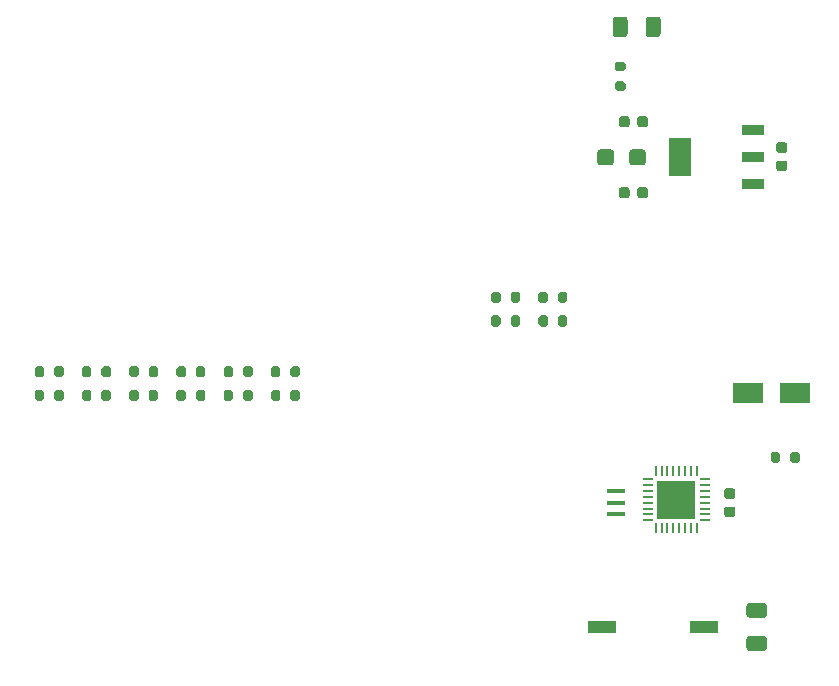
<source format=gbr>
%TF.GenerationSoftware,KiCad,Pcbnew,(5.1.10)-1*%
%TF.CreationDate,2022-03-21T18:44:11-04:00*%
%TF.ProjectId,RevA,52657641-2e6b-4696-9361-645f70636258,rev?*%
%TF.SameCoordinates,Original*%
%TF.FileFunction,Paste,Top*%
%TF.FilePolarity,Positive*%
%FSLAX46Y46*%
G04 Gerber Fmt 4.6, Leading zero omitted, Abs format (unit mm)*
G04 Created by KiCad (PCBNEW (5.1.10)-1) date 2022-03-21 18:44:11*
%MOMM*%
%LPD*%
G01*
G04 APERTURE LIST*
%ADD10R,1.840000X0.930000*%
%ADD11R,1.840000X3.190000*%
%ADD12R,2.500000X1.800000*%
%ADD13R,2.440000X1.120000*%
%ADD14R,1.600000X0.300000*%
%ADD15R,0.914400X0.254000*%
%ADD16R,0.254000X0.914400*%
%ADD17R,3.250000X3.250000*%
G04 APERTURE END LIST*
%TO.C,C1*%
G36*
G01*
X233270000Y-81392600D02*
X233770000Y-81392600D01*
G75*
G02*
X233995000Y-81617600I0J-225000D01*
G01*
X233995000Y-82067600D01*
G75*
G02*
X233770000Y-82292600I-225000J0D01*
G01*
X233270000Y-82292600D01*
G75*
G02*
X233045000Y-82067600I0J225000D01*
G01*
X233045000Y-81617600D01*
G75*
G02*
X233270000Y-81392600I225000J0D01*
G01*
G37*
G36*
G01*
X233270000Y-82942600D02*
X233770000Y-82942600D01*
G75*
G02*
X233995000Y-83167600I0J-225000D01*
G01*
X233995000Y-83617600D01*
G75*
G02*
X233770000Y-83842600I-225000J0D01*
G01*
X233270000Y-83842600D01*
G75*
G02*
X233045000Y-83617600I0J225000D01*
G01*
X233045000Y-83167600D01*
G75*
G02*
X233270000Y-82942600I225000J0D01*
G01*
G37*
%TD*%
%TO.C,C2*%
G36*
G01*
X220635000Y-79417600D02*
X220635000Y-79917600D01*
G75*
G02*
X220410000Y-80142600I-225000J0D01*
G01*
X219960000Y-80142600D01*
G75*
G02*
X219735000Y-79917600I0J225000D01*
G01*
X219735000Y-79417600D01*
G75*
G02*
X219960000Y-79192600I225000J0D01*
G01*
X220410000Y-79192600D01*
G75*
G02*
X220635000Y-79417600I0J-225000D01*
G01*
G37*
G36*
G01*
X222185000Y-79417600D02*
X222185000Y-79917600D01*
G75*
G02*
X221960000Y-80142600I-225000J0D01*
G01*
X221510000Y-80142600D01*
G75*
G02*
X221285000Y-79917600I0J225000D01*
G01*
X221285000Y-79417600D01*
G75*
G02*
X221510000Y-79192600I225000J0D01*
G01*
X221960000Y-79192600D01*
G75*
G02*
X222185000Y-79417600I0J-225000D01*
G01*
G37*
%TD*%
%TO.C,C3*%
G36*
G01*
X222185000Y-85417600D02*
X222185000Y-85917600D01*
G75*
G02*
X221960000Y-86142600I-225000J0D01*
G01*
X221510000Y-86142600D01*
G75*
G02*
X221285000Y-85917600I0J225000D01*
G01*
X221285000Y-85417600D01*
G75*
G02*
X221510000Y-85192600I225000J0D01*
G01*
X221960000Y-85192600D01*
G75*
G02*
X222185000Y-85417600I0J-225000D01*
G01*
G37*
G36*
G01*
X220635000Y-85417600D02*
X220635000Y-85917600D01*
G75*
G02*
X220410000Y-86142600I-225000J0D01*
G01*
X219960000Y-86142600D01*
G75*
G02*
X219735000Y-85917600I0J225000D01*
G01*
X219735000Y-85417600D01*
G75*
G02*
X219960000Y-85192600I225000J0D01*
G01*
X220410000Y-85192600D01*
G75*
G02*
X220635000Y-85417600I0J-225000D01*
G01*
G37*
%TD*%
%TO.C,C4*%
G36*
G01*
X219310000Y-82242599D02*
X219310000Y-83092601D01*
G75*
G02*
X219060001Y-83342600I-249999J0D01*
G01*
X218159999Y-83342600D01*
G75*
G02*
X217910000Y-83092601I0J249999D01*
G01*
X217910000Y-82242599D01*
G75*
G02*
X218159999Y-81992600I249999J0D01*
G01*
X219060001Y-81992600D01*
G75*
G02*
X219310000Y-82242599I0J-249999D01*
G01*
G37*
G36*
G01*
X222010000Y-82242599D02*
X222010000Y-83092601D01*
G75*
G02*
X221760001Y-83342600I-249999J0D01*
G01*
X220859999Y-83342600D01*
G75*
G02*
X220610000Y-83092601I0J249999D01*
G01*
X220610000Y-82242599D01*
G75*
G02*
X220859999Y-81992600I249999J0D01*
G01*
X221760001Y-81992600D01*
G75*
G02*
X222010000Y-82242599I0J-249999D01*
G01*
G37*
%TD*%
%TO.C,D1*%
G36*
G01*
X223259000Y-71003000D02*
X223259000Y-72253000D01*
G75*
G02*
X223009000Y-72503000I-250000J0D01*
G01*
X222259000Y-72503000D01*
G75*
G02*
X222009000Y-72253000I0J250000D01*
G01*
X222009000Y-71003000D01*
G75*
G02*
X222259000Y-70753000I250000J0D01*
G01*
X223009000Y-70753000D01*
G75*
G02*
X223259000Y-71003000I0J-250000D01*
G01*
G37*
G36*
G01*
X220459000Y-71003000D02*
X220459000Y-72253000D01*
G75*
G02*
X220209000Y-72503000I-250000J0D01*
G01*
X219459000Y-72503000D01*
G75*
G02*
X219209000Y-72253000I0J250000D01*
G01*
X219209000Y-71003000D01*
G75*
G02*
X219459000Y-70753000I250000J0D01*
G01*
X220209000Y-70753000D01*
G75*
G02*
X220459000Y-71003000I0J-250000D01*
G01*
G37*
%TD*%
%TO.C,R9*%
G36*
G01*
X220112000Y-77044000D02*
X219562000Y-77044000D01*
G75*
G02*
X219362000Y-76844000I0J200000D01*
G01*
X219362000Y-76444000D01*
G75*
G02*
X219562000Y-76244000I200000J0D01*
G01*
X220112000Y-76244000D01*
G75*
G02*
X220312000Y-76444000I0J-200000D01*
G01*
X220312000Y-76844000D01*
G75*
G02*
X220112000Y-77044000I-200000J0D01*
G01*
G37*
G36*
G01*
X220112000Y-75394000D02*
X219562000Y-75394000D01*
G75*
G02*
X219362000Y-75194000I0J200000D01*
G01*
X219362000Y-74794000D01*
G75*
G02*
X219562000Y-74594000I200000J0D01*
G01*
X220112000Y-74594000D01*
G75*
G02*
X220312000Y-74794000I0J-200000D01*
G01*
X220312000Y-75194000D01*
G75*
G02*
X220112000Y-75394000I-200000J0D01*
G01*
G37*
%TD*%
D10*
%TO.C,VR1*%
X231045000Y-84967600D03*
X231045000Y-82667600D03*
X231045000Y-80367600D03*
D11*
X224875000Y-82667600D03*
%TD*%
%TO.C,C5*%
G36*
G01*
X229366000Y-113137000D02*
X228866000Y-113137000D01*
G75*
G02*
X228641000Y-112912000I0J225000D01*
G01*
X228641000Y-112462000D01*
G75*
G02*
X228866000Y-112237000I225000J0D01*
G01*
X229366000Y-112237000D01*
G75*
G02*
X229591000Y-112462000I0J-225000D01*
G01*
X229591000Y-112912000D01*
G75*
G02*
X229366000Y-113137000I-225000J0D01*
G01*
G37*
G36*
G01*
X229366000Y-111587000D02*
X228866000Y-111587000D01*
G75*
G02*
X228641000Y-111362000I0J225000D01*
G01*
X228641000Y-110912000D01*
G75*
G02*
X228866000Y-110687000I225000J0D01*
G01*
X229366000Y-110687000D01*
G75*
G02*
X229591000Y-110912000I0J-225000D01*
G01*
X229591000Y-111362000D01*
G75*
G02*
X229366000Y-111587000I-225000J0D01*
G01*
G37*
%TD*%
%TO.C,D2*%
G36*
G01*
X232019000Y-124453000D02*
X230769000Y-124453000D01*
G75*
G02*
X230519000Y-124203000I0J250000D01*
G01*
X230519000Y-123453000D01*
G75*
G02*
X230769000Y-123203000I250000J0D01*
G01*
X232019000Y-123203000D01*
G75*
G02*
X232269000Y-123453000I0J-250000D01*
G01*
X232269000Y-124203000D01*
G75*
G02*
X232019000Y-124453000I-250000J0D01*
G01*
G37*
G36*
G01*
X232019000Y-121653000D02*
X230769000Y-121653000D01*
G75*
G02*
X230519000Y-121403000I0J250000D01*
G01*
X230519000Y-120653000D01*
G75*
G02*
X230769000Y-120403000I250000J0D01*
G01*
X232019000Y-120403000D01*
G75*
G02*
X232269000Y-120653000I0J-250000D01*
G01*
X232269000Y-121403000D01*
G75*
G02*
X232019000Y-121653000I-250000J0D01*
G01*
G37*
%TD*%
D12*
%TO.C,D3*%
X230664000Y-102616000D03*
X234664000Y-102616000D03*
%TD*%
%TO.C,R1*%
G36*
G01*
X170272000Y-101108000D02*
X170272000Y-100558000D01*
G75*
G02*
X170472000Y-100358000I200000J0D01*
G01*
X170872000Y-100358000D01*
G75*
G02*
X171072000Y-100558000I0J-200000D01*
G01*
X171072000Y-101108000D01*
G75*
G02*
X170872000Y-101308000I-200000J0D01*
G01*
X170472000Y-101308000D01*
G75*
G02*
X170272000Y-101108000I0J200000D01*
G01*
G37*
G36*
G01*
X171922000Y-101108000D02*
X171922000Y-100558000D01*
G75*
G02*
X172122000Y-100358000I200000J0D01*
G01*
X172522000Y-100358000D01*
G75*
G02*
X172722000Y-100558000I0J-200000D01*
G01*
X172722000Y-101108000D01*
G75*
G02*
X172522000Y-101308000I-200000J0D01*
G01*
X172122000Y-101308000D01*
G75*
G02*
X171922000Y-101108000I0J200000D01*
G01*
G37*
%TD*%
%TO.C,R2*%
G36*
G01*
X171922000Y-103108000D02*
X171922000Y-102558000D01*
G75*
G02*
X172122000Y-102358000I200000J0D01*
G01*
X172522000Y-102358000D01*
G75*
G02*
X172722000Y-102558000I0J-200000D01*
G01*
X172722000Y-103108000D01*
G75*
G02*
X172522000Y-103308000I-200000J0D01*
G01*
X172122000Y-103308000D01*
G75*
G02*
X171922000Y-103108000I0J200000D01*
G01*
G37*
G36*
G01*
X170272000Y-103108000D02*
X170272000Y-102558000D01*
G75*
G02*
X170472000Y-102358000I200000J0D01*
G01*
X170872000Y-102358000D01*
G75*
G02*
X171072000Y-102558000I0J-200000D01*
G01*
X171072000Y-103108000D01*
G75*
G02*
X170872000Y-103308000I-200000J0D01*
G01*
X170472000Y-103308000D01*
G75*
G02*
X170272000Y-103108000I0J200000D01*
G01*
G37*
%TD*%
%TO.C,R3*%
G36*
G01*
X175922000Y-101108000D02*
X175922000Y-100558000D01*
G75*
G02*
X176122000Y-100358000I200000J0D01*
G01*
X176522000Y-100358000D01*
G75*
G02*
X176722000Y-100558000I0J-200000D01*
G01*
X176722000Y-101108000D01*
G75*
G02*
X176522000Y-101308000I-200000J0D01*
G01*
X176122000Y-101308000D01*
G75*
G02*
X175922000Y-101108000I0J200000D01*
G01*
G37*
G36*
G01*
X174272000Y-101108000D02*
X174272000Y-100558000D01*
G75*
G02*
X174472000Y-100358000I200000J0D01*
G01*
X174872000Y-100358000D01*
G75*
G02*
X175072000Y-100558000I0J-200000D01*
G01*
X175072000Y-101108000D01*
G75*
G02*
X174872000Y-101308000I-200000J0D01*
G01*
X174472000Y-101308000D01*
G75*
G02*
X174272000Y-101108000I0J200000D01*
G01*
G37*
%TD*%
%TO.C,R4*%
G36*
G01*
X174272000Y-103108000D02*
X174272000Y-102558000D01*
G75*
G02*
X174472000Y-102358000I200000J0D01*
G01*
X174872000Y-102358000D01*
G75*
G02*
X175072000Y-102558000I0J-200000D01*
G01*
X175072000Y-103108000D01*
G75*
G02*
X174872000Y-103308000I-200000J0D01*
G01*
X174472000Y-103308000D01*
G75*
G02*
X174272000Y-103108000I0J200000D01*
G01*
G37*
G36*
G01*
X175922000Y-103108000D02*
X175922000Y-102558000D01*
G75*
G02*
X176122000Y-102358000I200000J0D01*
G01*
X176522000Y-102358000D01*
G75*
G02*
X176722000Y-102558000I0J-200000D01*
G01*
X176722000Y-103108000D01*
G75*
G02*
X176522000Y-103308000I-200000J0D01*
G01*
X176122000Y-103308000D01*
G75*
G02*
X175922000Y-103108000I0J200000D01*
G01*
G37*
%TD*%
%TO.C,R5*%
G36*
G01*
X178272000Y-101108000D02*
X178272000Y-100558000D01*
G75*
G02*
X178472000Y-100358000I200000J0D01*
G01*
X178872000Y-100358000D01*
G75*
G02*
X179072000Y-100558000I0J-200000D01*
G01*
X179072000Y-101108000D01*
G75*
G02*
X178872000Y-101308000I-200000J0D01*
G01*
X178472000Y-101308000D01*
G75*
G02*
X178272000Y-101108000I0J200000D01*
G01*
G37*
G36*
G01*
X179922000Y-101108000D02*
X179922000Y-100558000D01*
G75*
G02*
X180122000Y-100358000I200000J0D01*
G01*
X180522000Y-100358000D01*
G75*
G02*
X180722000Y-100558000I0J-200000D01*
G01*
X180722000Y-101108000D01*
G75*
G02*
X180522000Y-101308000I-200000J0D01*
G01*
X180122000Y-101308000D01*
G75*
G02*
X179922000Y-101108000I0J200000D01*
G01*
G37*
%TD*%
%TO.C,R6*%
G36*
G01*
X179922000Y-103108000D02*
X179922000Y-102558000D01*
G75*
G02*
X180122000Y-102358000I200000J0D01*
G01*
X180522000Y-102358000D01*
G75*
G02*
X180722000Y-102558000I0J-200000D01*
G01*
X180722000Y-103108000D01*
G75*
G02*
X180522000Y-103308000I-200000J0D01*
G01*
X180122000Y-103308000D01*
G75*
G02*
X179922000Y-103108000I0J200000D01*
G01*
G37*
G36*
G01*
X178272000Y-103108000D02*
X178272000Y-102558000D01*
G75*
G02*
X178472000Y-102358000I200000J0D01*
G01*
X178872000Y-102358000D01*
G75*
G02*
X179072000Y-102558000I0J-200000D01*
G01*
X179072000Y-103108000D01*
G75*
G02*
X178872000Y-103308000I-200000J0D01*
G01*
X178472000Y-103308000D01*
G75*
G02*
X178272000Y-103108000I0J200000D01*
G01*
G37*
%TD*%
%TO.C,R7*%
G36*
G01*
X183922000Y-101108000D02*
X183922000Y-100558000D01*
G75*
G02*
X184122000Y-100358000I200000J0D01*
G01*
X184522000Y-100358000D01*
G75*
G02*
X184722000Y-100558000I0J-200000D01*
G01*
X184722000Y-101108000D01*
G75*
G02*
X184522000Y-101308000I-200000J0D01*
G01*
X184122000Y-101308000D01*
G75*
G02*
X183922000Y-101108000I0J200000D01*
G01*
G37*
G36*
G01*
X182272000Y-101108000D02*
X182272000Y-100558000D01*
G75*
G02*
X182472000Y-100358000I200000J0D01*
G01*
X182872000Y-100358000D01*
G75*
G02*
X183072000Y-100558000I0J-200000D01*
G01*
X183072000Y-101108000D01*
G75*
G02*
X182872000Y-101308000I-200000J0D01*
G01*
X182472000Y-101308000D01*
G75*
G02*
X182272000Y-101108000I0J200000D01*
G01*
G37*
%TD*%
%TO.C,R8*%
G36*
G01*
X182272000Y-103108000D02*
X182272000Y-102558000D01*
G75*
G02*
X182472000Y-102358000I200000J0D01*
G01*
X182872000Y-102358000D01*
G75*
G02*
X183072000Y-102558000I0J-200000D01*
G01*
X183072000Y-103108000D01*
G75*
G02*
X182872000Y-103308000I-200000J0D01*
G01*
X182472000Y-103308000D01*
G75*
G02*
X182272000Y-103108000I0J200000D01*
G01*
G37*
G36*
G01*
X183922000Y-103108000D02*
X183922000Y-102558000D01*
G75*
G02*
X184122000Y-102358000I200000J0D01*
G01*
X184522000Y-102358000D01*
G75*
G02*
X184722000Y-102558000I0J-200000D01*
G01*
X184722000Y-103108000D01*
G75*
G02*
X184522000Y-103308000I-200000J0D01*
G01*
X184122000Y-103308000D01*
G75*
G02*
X183922000Y-103108000I0J200000D01*
G01*
G37*
%TD*%
%TO.C,R10*%
G36*
G01*
X186272000Y-101108000D02*
X186272000Y-100558000D01*
G75*
G02*
X186472000Y-100358000I200000J0D01*
G01*
X186872000Y-100358000D01*
G75*
G02*
X187072000Y-100558000I0J-200000D01*
G01*
X187072000Y-101108000D01*
G75*
G02*
X186872000Y-101308000I-200000J0D01*
G01*
X186472000Y-101308000D01*
G75*
G02*
X186272000Y-101108000I0J200000D01*
G01*
G37*
G36*
G01*
X187922000Y-101108000D02*
X187922000Y-100558000D01*
G75*
G02*
X188122000Y-100358000I200000J0D01*
G01*
X188522000Y-100358000D01*
G75*
G02*
X188722000Y-100558000I0J-200000D01*
G01*
X188722000Y-101108000D01*
G75*
G02*
X188522000Y-101308000I-200000J0D01*
G01*
X188122000Y-101308000D01*
G75*
G02*
X187922000Y-101108000I0J200000D01*
G01*
G37*
%TD*%
%TO.C,R11*%
G36*
G01*
X186272000Y-103108000D02*
X186272000Y-102558000D01*
G75*
G02*
X186472000Y-102358000I200000J0D01*
G01*
X186872000Y-102358000D01*
G75*
G02*
X187072000Y-102558000I0J-200000D01*
G01*
X187072000Y-103108000D01*
G75*
G02*
X186872000Y-103308000I-200000J0D01*
G01*
X186472000Y-103308000D01*
G75*
G02*
X186272000Y-103108000I0J200000D01*
G01*
G37*
G36*
G01*
X187922000Y-103108000D02*
X187922000Y-102558000D01*
G75*
G02*
X188122000Y-102358000I200000J0D01*
G01*
X188522000Y-102358000D01*
G75*
G02*
X188722000Y-102558000I0J-200000D01*
G01*
X188722000Y-103108000D01*
G75*
G02*
X188522000Y-103308000I-200000J0D01*
G01*
X188122000Y-103308000D01*
G75*
G02*
X187922000Y-103108000I0J200000D01*
G01*
G37*
%TD*%
%TO.C,R12*%
G36*
G01*
X191922000Y-101108000D02*
X191922000Y-100558000D01*
G75*
G02*
X192122000Y-100358000I200000J0D01*
G01*
X192522000Y-100358000D01*
G75*
G02*
X192722000Y-100558000I0J-200000D01*
G01*
X192722000Y-101108000D01*
G75*
G02*
X192522000Y-101308000I-200000J0D01*
G01*
X192122000Y-101308000D01*
G75*
G02*
X191922000Y-101108000I0J200000D01*
G01*
G37*
G36*
G01*
X190272000Y-101108000D02*
X190272000Y-100558000D01*
G75*
G02*
X190472000Y-100358000I200000J0D01*
G01*
X190872000Y-100358000D01*
G75*
G02*
X191072000Y-100558000I0J-200000D01*
G01*
X191072000Y-101108000D01*
G75*
G02*
X190872000Y-101308000I-200000J0D01*
G01*
X190472000Y-101308000D01*
G75*
G02*
X190272000Y-101108000I0J200000D01*
G01*
G37*
%TD*%
%TO.C,R13*%
G36*
G01*
X190272000Y-103108000D02*
X190272000Y-102558000D01*
G75*
G02*
X190472000Y-102358000I200000J0D01*
G01*
X190872000Y-102358000D01*
G75*
G02*
X191072000Y-102558000I0J-200000D01*
G01*
X191072000Y-103108000D01*
G75*
G02*
X190872000Y-103308000I-200000J0D01*
G01*
X190472000Y-103308000D01*
G75*
G02*
X190272000Y-103108000I0J200000D01*
G01*
G37*
G36*
G01*
X191922000Y-103108000D02*
X191922000Y-102558000D01*
G75*
G02*
X192122000Y-102358000I200000J0D01*
G01*
X192522000Y-102358000D01*
G75*
G02*
X192722000Y-102558000I0J-200000D01*
G01*
X192722000Y-103108000D01*
G75*
G02*
X192522000Y-103308000I-200000J0D01*
G01*
X192122000Y-103308000D01*
G75*
G02*
X191922000Y-103108000I0J200000D01*
G01*
G37*
%TD*%
%TO.C,R14*%
G36*
G01*
X213718000Y-96250000D02*
X213718000Y-96800000D01*
G75*
G02*
X213518000Y-97000000I-200000J0D01*
G01*
X213118000Y-97000000D01*
G75*
G02*
X212918000Y-96800000I0J200000D01*
G01*
X212918000Y-96250000D01*
G75*
G02*
X213118000Y-96050000I200000J0D01*
G01*
X213518000Y-96050000D01*
G75*
G02*
X213718000Y-96250000I0J-200000D01*
G01*
G37*
G36*
G01*
X215368000Y-96250000D02*
X215368000Y-96800000D01*
G75*
G02*
X215168000Y-97000000I-200000J0D01*
G01*
X214768000Y-97000000D01*
G75*
G02*
X214568000Y-96800000I0J200000D01*
G01*
X214568000Y-96250000D01*
G75*
G02*
X214768000Y-96050000I200000J0D01*
G01*
X215168000Y-96050000D01*
G75*
G02*
X215368000Y-96250000I0J-200000D01*
G01*
G37*
%TD*%
%TO.C,R15*%
G36*
G01*
X215368000Y-94250000D02*
X215368000Y-94800000D01*
G75*
G02*
X215168000Y-95000000I-200000J0D01*
G01*
X214768000Y-95000000D01*
G75*
G02*
X214568000Y-94800000I0J200000D01*
G01*
X214568000Y-94250000D01*
G75*
G02*
X214768000Y-94050000I200000J0D01*
G01*
X215168000Y-94050000D01*
G75*
G02*
X215368000Y-94250000I0J-200000D01*
G01*
G37*
G36*
G01*
X213718000Y-94250000D02*
X213718000Y-94800000D01*
G75*
G02*
X213518000Y-95000000I-200000J0D01*
G01*
X213118000Y-95000000D01*
G75*
G02*
X212918000Y-94800000I0J200000D01*
G01*
X212918000Y-94250000D01*
G75*
G02*
X213118000Y-94050000I200000J0D01*
G01*
X213518000Y-94050000D01*
G75*
G02*
X213718000Y-94250000I0J-200000D01*
G01*
G37*
%TD*%
%TO.C,R16*%
G36*
G01*
X209718000Y-96250000D02*
X209718000Y-96800000D01*
G75*
G02*
X209518000Y-97000000I-200000J0D01*
G01*
X209118000Y-97000000D01*
G75*
G02*
X208918000Y-96800000I0J200000D01*
G01*
X208918000Y-96250000D01*
G75*
G02*
X209118000Y-96050000I200000J0D01*
G01*
X209518000Y-96050000D01*
G75*
G02*
X209718000Y-96250000I0J-200000D01*
G01*
G37*
G36*
G01*
X211368000Y-96250000D02*
X211368000Y-96800000D01*
G75*
G02*
X211168000Y-97000000I-200000J0D01*
G01*
X210768000Y-97000000D01*
G75*
G02*
X210568000Y-96800000I0J200000D01*
G01*
X210568000Y-96250000D01*
G75*
G02*
X210768000Y-96050000I200000J0D01*
G01*
X211168000Y-96050000D01*
G75*
G02*
X211368000Y-96250000I0J-200000D01*
G01*
G37*
%TD*%
%TO.C,R17*%
G36*
G01*
X209718000Y-94250000D02*
X209718000Y-94800000D01*
G75*
G02*
X209518000Y-95000000I-200000J0D01*
G01*
X209118000Y-95000000D01*
G75*
G02*
X208918000Y-94800000I0J200000D01*
G01*
X208918000Y-94250000D01*
G75*
G02*
X209118000Y-94050000I200000J0D01*
G01*
X209518000Y-94050000D01*
G75*
G02*
X209718000Y-94250000I0J-200000D01*
G01*
G37*
G36*
G01*
X211368000Y-94250000D02*
X211368000Y-94800000D01*
G75*
G02*
X211168000Y-95000000I-200000J0D01*
G01*
X210768000Y-95000000D01*
G75*
G02*
X210568000Y-94800000I0J200000D01*
G01*
X210568000Y-94250000D01*
G75*
G02*
X210768000Y-94050000I200000J0D01*
G01*
X211168000Y-94050000D01*
G75*
G02*
X211368000Y-94250000I0J-200000D01*
G01*
G37*
%TD*%
D13*
%TO.C,SW1*%
X218326000Y-122428000D03*
X226936000Y-122428000D03*
%TD*%
D14*
%TO.C,Y1*%
X219464000Y-112862000D03*
X219464000Y-111912000D03*
X219464000Y-110962000D03*
%TD*%
D15*
%TO.C,U1*%
X222194700Y-109908001D03*
X222194700Y-110408000D03*
X222194700Y-110907999D03*
X222194700Y-111408000D03*
X222194700Y-111908000D03*
X222194700Y-112408001D03*
X222194700Y-112908000D03*
X222194700Y-113407999D03*
D16*
X222845001Y-114058300D03*
X223345000Y-114058300D03*
X223844999Y-114058300D03*
X224345000Y-114058300D03*
X224845000Y-114058300D03*
X225345001Y-114058300D03*
X225845000Y-114058300D03*
X226344999Y-114058300D03*
D15*
X226995300Y-113407999D03*
X226995300Y-112908000D03*
X226995300Y-112408001D03*
X226995300Y-111908000D03*
X226995300Y-111408000D03*
X226995300Y-110907999D03*
X226995300Y-110408000D03*
X226995300Y-109908001D03*
D16*
X226344999Y-109257700D03*
X225845000Y-109257700D03*
X225345001Y-109257700D03*
X224845000Y-109257700D03*
X224345000Y-109257700D03*
X223844999Y-109257700D03*
X223345000Y-109257700D03*
X222845001Y-109257700D03*
D17*
X224595000Y-111658000D03*
%TD*%
%TO.C,R18*%
G36*
G01*
X232582000Y-108352000D02*
X232582000Y-107802000D01*
G75*
G02*
X232782000Y-107602000I200000J0D01*
G01*
X233182000Y-107602000D01*
G75*
G02*
X233382000Y-107802000I0J-200000D01*
G01*
X233382000Y-108352000D01*
G75*
G02*
X233182000Y-108552000I-200000J0D01*
G01*
X232782000Y-108552000D01*
G75*
G02*
X232582000Y-108352000I0J200000D01*
G01*
G37*
G36*
G01*
X234232000Y-108352000D02*
X234232000Y-107802000D01*
G75*
G02*
X234432000Y-107602000I200000J0D01*
G01*
X234832000Y-107602000D01*
G75*
G02*
X235032000Y-107802000I0J-200000D01*
G01*
X235032000Y-108352000D01*
G75*
G02*
X234832000Y-108552000I-200000J0D01*
G01*
X234432000Y-108552000D01*
G75*
G02*
X234232000Y-108352000I0J200000D01*
G01*
G37*
%TD*%
M02*

</source>
